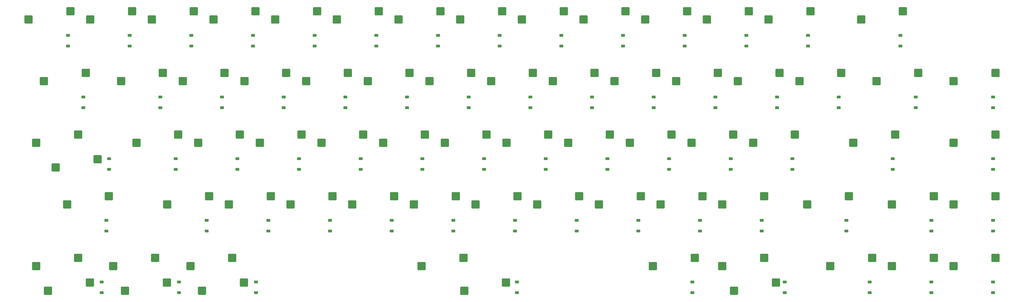
<source format=gbr>
%TF.GenerationSoftware,KiCad,Pcbnew,7.0.5*%
%TF.CreationDate,2023-09-15T18:16:34+08:00*%
%TF.ProjectId,Openero65,4f70656e-6572-46f3-9635-2e6b69636164,rev?*%
%TF.SameCoordinates,Original*%
%TF.FileFunction,Paste,Bot*%
%TF.FilePolarity,Positive*%
%FSLAX46Y46*%
G04 Gerber Fmt 4.6, Leading zero omitted, Abs format (unit mm)*
G04 Created by KiCad (PCBNEW 7.0.5) date 2023-09-15 18:16:34*
%MOMM*%
%LPD*%
G01*
G04 APERTURE LIST*
G04 Aperture macros list*
%AMRoundRect*
0 Rectangle with rounded corners*
0 $1 Rounding radius*
0 $2 $3 $4 $5 $6 $7 $8 $9 X,Y pos of 4 corners*
0 Add a 4 corners polygon primitive as box body*
4,1,4,$2,$3,$4,$5,$6,$7,$8,$9,$2,$3,0*
0 Add four circle primitives for the rounded corners*
1,1,$1+$1,$2,$3*
1,1,$1+$1,$4,$5*
1,1,$1+$1,$6,$7*
1,1,$1+$1,$8,$9*
0 Add four rect primitives between the rounded corners*
20,1,$1+$1,$2,$3,$4,$5,0*
20,1,$1+$1,$4,$5,$6,$7,0*
20,1,$1+$1,$6,$7,$8,$9,0*
20,1,$1+$1,$8,$9,$2,$3,0*%
G04 Aperture macros list end*
%ADD10RoundRect,0.250000X-1.025000X-1.000000X1.025000X-1.000000X1.025000X1.000000X-1.025000X1.000000X0*%
%ADD11RoundRect,0.250000X1.025000X1.000000X-1.025000X1.000000X-1.025000X-1.000000X1.025000X-1.000000X0*%
%ADD12RoundRect,0.225000X0.375000X-0.225000X0.375000X0.225000X-0.375000X0.225000X-0.375000X-0.225000X0*%
G04 APERTURE END LIST*
D10*
%TO.C,SW1*%
X48397000Y-87770000D03*
X61324000Y-85230000D03*
%TD*%
%TO.C,SW50*%
X224611000Y-144920000D03*
X237538000Y-142380000D03*
%TD*%
%TO.C,SW42*%
X60304000Y-144920000D03*
X73231000Y-142380000D03*
%TD*%
%TO.C,SW40*%
X272235000Y-125870000D03*
X285162000Y-123330000D03*
%TD*%
%TO.C,SW23*%
X210323000Y-106820000D03*
X223250000Y-104280000D03*
%TD*%
%TO.C,SW63*%
X334147000Y-163970000D03*
X347074000Y-161430000D03*
%TD*%
D11*
%TO.C,SW29*%
X69711000Y-130950000D03*
X56784000Y-133490000D03*
%TD*%
D10*
%TO.C,SW17*%
X96023000Y-106820000D03*
X108950000Y-104280000D03*
%TD*%
%TO.C,SW44*%
X110311000Y-144920000D03*
X123238000Y-142380000D03*
%TD*%
%TO.C,SW65*%
X315097000Y-163970000D03*
X328024000Y-161430000D03*
%TD*%
%TO.C,SW39*%
X253185000Y-125870000D03*
X266112000Y-123330000D03*
%TD*%
%TO.C,SW31*%
X100785000Y-125870000D03*
X113712000Y-123330000D03*
%TD*%
D11*
%TO.C,SW71*%
X195919000Y-169050000D03*
X182992000Y-171590000D03*
%TD*%
D10*
%TO.C,SW47*%
X167461000Y-144920000D03*
X180388000Y-142380000D03*
%TD*%
D11*
%TO.C,SW59*%
X279261000Y-169050000D03*
X266334000Y-171590000D03*
%TD*%
D10*
%TO.C,SW67*%
X50779000Y-125870000D03*
X63706000Y-123330000D03*
%TD*%
%TO.C,SW10*%
X219847000Y-87770000D03*
X232774000Y-85230000D03*
%TD*%
%TO.C,SW5*%
X124597000Y-87770000D03*
X137524000Y-85230000D03*
%TD*%
D11*
%TO.C,SW70*%
X114956000Y-169050000D03*
X102029000Y-171590000D03*
%TD*%
D10*
%TO.C,SW58*%
X241279000Y-163970000D03*
X254206000Y-161430000D03*
%TD*%
%TO.C,SW34*%
X157935000Y-125870000D03*
X170862000Y-123330000D03*
%TD*%
%TO.C,SW56*%
X98405000Y-163970000D03*
X111332000Y-161430000D03*
%TD*%
%TO.C,SW6*%
X143647000Y-87770000D03*
X156574000Y-85230000D03*
%TD*%
%TO.C,SW37*%
X215085000Y-125870000D03*
X228012000Y-123330000D03*
%TD*%
%TO.C,SW28*%
X310336000Y-106820000D03*
X323263000Y-104280000D03*
%TD*%
%TO.C,SW3*%
X86497000Y-87770000D03*
X99424000Y-85230000D03*
%TD*%
%TO.C,SW27*%
X286523000Y-106820000D03*
X299450000Y-104280000D03*
%TD*%
%TO.C,SW45*%
X129361000Y-144920000D03*
X142288000Y-142380000D03*
%TD*%
%TO.C,SW24*%
X229373000Y-106820000D03*
X242300000Y-104280000D03*
%TD*%
%TO.C,SW4*%
X105547000Y-87770000D03*
X118474000Y-85230000D03*
%TD*%
%TO.C,SW46*%
X148411000Y-144920000D03*
X161338000Y-142380000D03*
%TD*%
%TO.C,SW11*%
X238897000Y-87770000D03*
X251824000Y-85230000D03*
%TD*%
%TO.C,SW52*%
X262711000Y-144920000D03*
X275638000Y-142380000D03*
%TD*%
%TO.C,SW7*%
X162697000Y-87770000D03*
X175624000Y-85230000D03*
%TD*%
%TO.C,SW15*%
X53160000Y-106820000D03*
X66087000Y-104280000D03*
%TD*%
%TO.C,SW49*%
X205561000Y-144920000D03*
X218488000Y-142380000D03*
%TD*%
%TO.C,SW25*%
X248423000Y-106820000D03*
X261350000Y-104280000D03*
%TD*%
%TO.C,SW30*%
X81735000Y-125870000D03*
X94662000Y-123330000D03*
%TD*%
D11*
%TO.C,SW68*%
X67330000Y-169050000D03*
X54403000Y-171590000D03*
%TD*%
D10*
%TO.C,SW55*%
X74592000Y-163970000D03*
X87519000Y-161430000D03*
%TD*%
D11*
%TO.C,SW69*%
X91143000Y-169050000D03*
X78216000Y-171590000D03*
%TD*%
D10*
%TO.C,SW18*%
X115073000Y-106820000D03*
X128000000Y-104280000D03*
%TD*%
%TO.C,SW53*%
X288905000Y-144920000D03*
X301832000Y-142380000D03*
%TD*%
%TO.C,SW64*%
X315097000Y-144920000D03*
X328024000Y-142380000D03*
%TD*%
%TO.C,SW26*%
X267473000Y-106820000D03*
X280400000Y-104280000D03*
%TD*%
%TO.C,SW61*%
X334147000Y-125870000D03*
X347074000Y-123330000D03*
%TD*%
%TO.C,SW62*%
X334147000Y-144920000D03*
X347074000Y-142380000D03*
%TD*%
%TO.C,SW66*%
X296047000Y-163970000D03*
X308974000Y-161430000D03*
%TD*%
%TO.C,SW20*%
X153173000Y-106820000D03*
X166100000Y-104280000D03*
%TD*%
%TO.C,SW9*%
X200797000Y-87770000D03*
X213724000Y-85230000D03*
%TD*%
%TO.C,SW36*%
X196035000Y-125870000D03*
X208962000Y-123330000D03*
%TD*%
%TO.C,SW22*%
X191273000Y-106820000D03*
X204200000Y-104280000D03*
%TD*%
%TO.C,SW38*%
X234135000Y-125870000D03*
X247062000Y-123330000D03*
%TD*%
%TO.C,SW33*%
X138885000Y-125870000D03*
X151812000Y-123330000D03*
%TD*%
%TO.C,SW57*%
X169842000Y-163970000D03*
X182769000Y-161430000D03*
%TD*%
%TO.C,SW43*%
X91261000Y-144920000D03*
X104188000Y-142380000D03*
%TD*%
%TO.C,SW35*%
X176985000Y-125870000D03*
X189912000Y-123330000D03*
%TD*%
%TO.C,SW19*%
X134123000Y-106820000D03*
X147050000Y-104280000D03*
%TD*%
%TO.C,SW16*%
X76973000Y-106820000D03*
X89900000Y-104280000D03*
%TD*%
%TO.C,SW2*%
X67447000Y-87770000D03*
X80374000Y-85230000D03*
%TD*%
%TO.C,SW21*%
X172223000Y-106820000D03*
X185150000Y-104280000D03*
%TD*%
%TO.C,SW72*%
X262712000Y-163970000D03*
X275639000Y-161430000D03*
%TD*%
%TO.C,SW41*%
X303192000Y-125870000D03*
X316119000Y-123330000D03*
%TD*%
%TO.C,SW48*%
X186511000Y-144920000D03*
X199438000Y-142380000D03*
%TD*%
%TO.C,SW32*%
X119835000Y-125870000D03*
X132762000Y-123330000D03*
%TD*%
%TO.C,SW54*%
X50779000Y-163970000D03*
X63706000Y-161430000D03*
%TD*%
%TO.C,SW13*%
X276997000Y-87770000D03*
X289924000Y-85230000D03*
%TD*%
%TO.C,SW12*%
X257947000Y-87770000D03*
X270874000Y-85230000D03*
%TD*%
%TO.C,SW8*%
X181747000Y-87770000D03*
X194674000Y-85230000D03*
%TD*%
%TO.C,SW60*%
X334147000Y-106820000D03*
X347074000Y-104280000D03*
%TD*%
%TO.C,SW51*%
X243661000Y-144920000D03*
X256588000Y-142380000D03*
%TD*%
%TO.C,SW14*%
X305572000Y-87770000D03*
X318499000Y-85230000D03*
%TD*%
D12*
%TO.C,D29*%
X73263000Y-134060000D03*
X73263000Y-130760000D03*
%TD*%
%TO.C,D12*%
X270112000Y-95960000D03*
X270112000Y-92660000D03*
%TD*%
%TO.C,D32*%
X132000000Y-134060000D03*
X132000000Y-130760000D03*
%TD*%
%TO.C,D20*%
X165338000Y-115010000D03*
X165338000Y-111710000D03*
%TD*%
%TO.C,D17*%
X108188000Y-115010000D03*
X108188000Y-111710000D03*
%TD*%
%TO.C,D57*%
X199240000Y-172160000D03*
X199240000Y-168860000D03*
%TD*%
%TO.C,D31*%
X112950000Y-134060000D03*
X112950000Y-130760000D03*
%TD*%
%TO.C,D65*%
X327262000Y-172160000D03*
X327262000Y-168860000D03*
%TD*%
%TO.C,D37*%
X227250000Y-134060000D03*
X227250000Y-130760000D03*
%TD*%
%TO.C,D34*%
X170100000Y-134060000D03*
X170100000Y-130760000D03*
%TD*%
%TO.C,D25*%
X260588000Y-115010000D03*
X260588000Y-111710000D03*
%TD*%
%TO.C,D49*%
X217726000Y-153110000D03*
X217726000Y-149810000D03*
%TD*%
%TO.C,D33*%
X151050000Y-134060000D03*
X151050000Y-130760000D03*
%TD*%
%TO.C,D46*%
X160576000Y-153110000D03*
X160576000Y-149810000D03*
%TD*%
%TO.C,D3*%
X98662000Y-95960000D03*
X98662000Y-92660000D03*
%TD*%
%TO.C,D9*%
X212962000Y-95960000D03*
X212962000Y-92660000D03*
%TD*%
%TO.C,D47*%
X179626000Y-153110000D03*
X179626000Y-149810000D03*
%TD*%
%TO.C,D59*%
X282020000Y-172182500D03*
X282020000Y-168882500D03*
%TD*%
%TO.C,D15*%
X65325000Y-115010000D03*
X65325000Y-111710000D03*
%TD*%
%TO.C,D55*%
X94853000Y-172160000D03*
X94853000Y-168860000D03*
%TD*%
%TO.C,D39*%
X265350000Y-134060000D03*
X265350000Y-130760000D03*
%TD*%
%TO.C,D6*%
X155812000Y-95960000D03*
X155812000Y-92660000D03*
%TD*%
%TO.C,D35*%
X189150000Y-134060000D03*
X189150000Y-130760000D03*
%TD*%
%TO.C,D66*%
X308212000Y-172160000D03*
X308212000Y-168860000D03*
%TD*%
%TO.C,D45*%
X141526000Y-153110000D03*
X141526000Y-149810000D03*
%TD*%
%TO.C,D51*%
X255826000Y-153110000D03*
X255826000Y-149810000D03*
%TD*%
%TO.C,D43*%
X103426000Y-153110000D03*
X103426000Y-149810000D03*
%TD*%
%TO.C,D52*%
X274876000Y-153110000D03*
X274876000Y-149810000D03*
%TD*%
%TO.C,D2*%
X79612000Y-95960000D03*
X79612000Y-92660000D03*
%TD*%
%TO.C,D23*%
X222488000Y-115010000D03*
X222488000Y-111710000D03*
%TD*%
%TO.C,D8*%
X193912000Y-95960000D03*
X193912000Y-92660000D03*
%TD*%
%TO.C,D22*%
X203438000Y-115010000D03*
X203438000Y-111710000D03*
%TD*%
%TO.C,D50*%
X236776000Y-153110000D03*
X236776000Y-149810000D03*
%TD*%
%TO.C,D63*%
X346312000Y-172160000D03*
X346312000Y-168860000D03*
%TD*%
%TO.C,D13*%
X289162000Y-95960000D03*
X289162000Y-92660000D03*
%TD*%
%TO.C,D26*%
X279638000Y-115010000D03*
X279638000Y-111710000D03*
%TD*%
%TO.C,D10*%
X232012000Y-95960000D03*
X232012000Y-92660000D03*
%TD*%
%TO.C,D61*%
X346312000Y-134060000D03*
X346312000Y-130760000D03*
%TD*%
%TO.C,D1*%
X60562000Y-95960000D03*
X60562000Y-92660000D03*
%TD*%
%TO.C,D56*%
X118666200Y-172160000D03*
X118666200Y-168860000D03*
%TD*%
%TO.C,D54*%
X71040300Y-172160000D03*
X71040300Y-168860000D03*
%TD*%
%TO.C,D58*%
X253444000Y-172160000D03*
X253444000Y-168860000D03*
%TD*%
%TO.C,D27*%
X298688000Y-115010000D03*
X298688000Y-111710000D03*
%TD*%
%TO.C,D36*%
X208200000Y-134060000D03*
X208200000Y-130760000D03*
%TD*%
%TO.C,D28*%
X322501000Y-115010000D03*
X322501000Y-111710000D03*
%TD*%
%TO.C,D44*%
X122476000Y-153110000D03*
X122476000Y-149810000D03*
%TD*%
%TO.C,D4*%
X117712000Y-95960000D03*
X117712000Y-92660000D03*
%TD*%
%TO.C,D64*%
X327262000Y-153110000D03*
X327262000Y-149810000D03*
%TD*%
%TO.C,D62*%
X346312000Y-153110000D03*
X346312000Y-149810000D03*
%TD*%
%TO.C,D16*%
X89138000Y-115010000D03*
X89138000Y-111710000D03*
%TD*%
%TO.C,D48*%
X198676000Y-153110000D03*
X198676000Y-149810000D03*
%TD*%
%TO.C,D5*%
X136762000Y-95960000D03*
X136762000Y-92660000D03*
%TD*%
%TO.C,D41*%
X315357000Y-134060000D03*
X315357000Y-130760000D03*
%TD*%
%TO.C,D14*%
X317737000Y-95960000D03*
X317737000Y-92660000D03*
%TD*%
%TO.C,D11*%
X251062000Y-95960000D03*
X251062000Y-92660000D03*
%TD*%
%TO.C,D18*%
X127238000Y-115010000D03*
X127238000Y-111710000D03*
%TD*%
%TO.C,D30*%
X93900000Y-134060000D03*
X93900000Y-130760000D03*
%TD*%
%TO.C,D40*%
X284400000Y-134060000D03*
X284400000Y-130760000D03*
%TD*%
%TO.C,D21*%
X184388000Y-115010000D03*
X184388000Y-111710000D03*
%TD*%
%TO.C,D7*%
X174862000Y-95960000D03*
X174862000Y-92660000D03*
%TD*%
%TO.C,D60*%
X346312000Y-115010000D03*
X346312000Y-111710000D03*
%TD*%
%TO.C,D19*%
X146288000Y-115010000D03*
X146288000Y-111710000D03*
%TD*%
%TO.C,D38*%
X246300000Y-134060000D03*
X246300000Y-130760000D03*
%TD*%
%TO.C,D53*%
X301070000Y-153110000D03*
X301070000Y-149810000D03*
%TD*%
%TO.C,D24*%
X241538000Y-115010000D03*
X241538000Y-111710000D03*
%TD*%
%TO.C,D42*%
X72469000Y-153110000D03*
X72469000Y-149810000D03*
%TD*%
M02*

</source>
